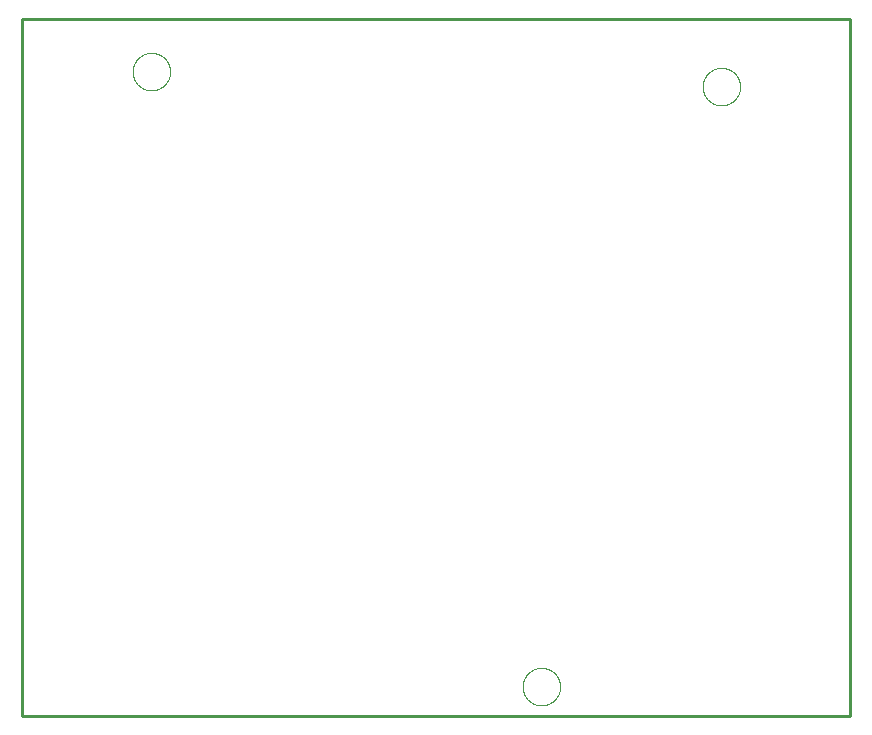
<source format=gko>
G04 EAGLE Gerber RS-274X export*
G75*
%MOMM*%
%FSLAX34Y34*%
%LPD*%
%INBoard Outline*%
%IPPOS*%
%AMOC8*
5,1,8,0,0,1.08239X$1,22.5*%
G01*
G04 Define Apertures*
%ADD10C,0.000000*%
%ADD11C,0.254000*%
D10*
X-280000Y107100D02*
X420600Y107100D01*
X420600Y697100D01*
X-280000Y697100D01*
X-280000Y107100D01*
X296025Y640000D02*
X296030Y640390D01*
X296044Y640779D01*
X296068Y641168D01*
X296101Y641556D01*
X296144Y641943D01*
X296197Y642329D01*
X296259Y642714D01*
X296330Y643097D01*
X296411Y643478D01*
X296501Y643857D01*
X296600Y644234D01*
X296709Y644608D01*
X296826Y644980D01*
X296953Y645348D01*
X297089Y645713D01*
X297233Y646075D01*
X297387Y646433D01*
X297549Y646787D01*
X297720Y647138D01*
X297899Y647483D01*
X298087Y647825D01*
X298284Y648161D01*
X298488Y648493D01*
X298700Y648820D01*
X298921Y649141D01*
X299149Y649457D01*
X299385Y649767D01*
X299628Y650071D01*
X299879Y650369D01*
X300137Y650661D01*
X300403Y650946D01*
X300675Y651225D01*
X300954Y651497D01*
X301239Y651763D01*
X301531Y652021D01*
X301829Y652272D01*
X302133Y652515D01*
X302443Y652751D01*
X302759Y652979D01*
X303080Y653200D01*
X303407Y653412D01*
X303739Y653616D01*
X304075Y653813D01*
X304417Y654001D01*
X304762Y654180D01*
X305113Y654351D01*
X305467Y654513D01*
X305825Y654667D01*
X306187Y654811D01*
X306552Y654947D01*
X306920Y655074D01*
X307292Y655191D01*
X307666Y655300D01*
X308043Y655399D01*
X308422Y655489D01*
X308803Y655570D01*
X309186Y655641D01*
X309571Y655703D01*
X309957Y655756D01*
X310344Y655799D01*
X310732Y655832D01*
X311121Y655856D01*
X311510Y655870D01*
X311900Y655875D01*
X312290Y655870D01*
X312679Y655856D01*
X313068Y655832D01*
X313456Y655799D01*
X313843Y655756D01*
X314229Y655703D01*
X314614Y655641D01*
X314997Y655570D01*
X315378Y655489D01*
X315757Y655399D01*
X316134Y655300D01*
X316508Y655191D01*
X316880Y655074D01*
X317248Y654947D01*
X317613Y654811D01*
X317975Y654667D01*
X318333Y654513D01*
X318687Y654351D01*
X319038Y654180D01*
X319383Y654001D01*
X319725Y653813D01*
X320061Y653616D01*
X320393Y653412D01*
X320720Y653200D01*
X321041Y652979D01*
X321357Y652751D01*
X321667Y652515D01*
X321971Y652272D01*
X322269Y652021D01*
X322561Y651763D01*
X322846Y651497D01*
X323125Y651225D01*
X323397Y650946D01*
X323663Y650661D01*
X323921Y650369D01*
X324172Y650071D01*
X324415Y649767D01*
X324651Y649457D01*
X324879Y649141D01*
X325100Y648820D01*
X325312Y648493D01*
X325516Y648161D01*
X325713Y647825D01*
X325901Y647483D01*
X326080Y647138D01*
X326251Y646787D01*
X326413Y646433D01*
X326567Y646075D01*
X326711Y645713D01*
X326847Y645348D01*
X326974Y644980D01*
X327091Y644608D01*
X327200Y644234D01*
X327299Y643857D01*
X327389Y643478D01*
X327470Y643097D01*
X327541Y642714D01*
X327603Y642329D01*
X327656Y641943D01*
X327699Y641556D01*
X327732Y641168D01*
X327756Y640779D01*
X327770Y640390D01*
X327775Y640000D01*
X327770Y639610D01*
X327756Y639221D01*
X327732Y638832D01*
X327699Y638444D01*
X327656Y638057D01*
X327603Y637671D01*
X327541Y637286D01*
X327470Y636903D01*
X327389Y636522D01*
X327299Y636143D01*
X327200Y635766D01*
X327091Y635392D01*
X326974Y635020D01*
X326847Y634652D01*
X326711Y634287D01*
X326567Y633925D01*
X326413Y633567D01*
X326251Y633213D01*
X326080Y632862D01*
X325901Y632517D01*
X325713Y632175D01*
X325516Y631839D01*
X325312Y631507D01*
X325100Y631180D01*
X324879Y630859D01*
X324651Y630543D01*
X324415Y630233D01*
X324172Y629929D01*
X323921Y629631D01*
X323663Y629339D01*
X323397Y629054D01*
X323125Y628775D01*
X322846Y628503D01*
X322561Y628237D01*
X322269Y627979D01*
X321971Y627728D01*
X321667Y627485D01*
X321357Y627249D01*
X321041Y627021D01*
X320720Y626800D01*
X320393Y626588D01*
X320061Y626384D01*
X319725Y626187D01*
X319383Y625999D01*
X319038Y625820D01*
X318687Y625649D01*
X318333Y625487D01*
X317975Y625333D01*
X317613Y625189D01*
X317248Y625053D01*
X316880Y624926D01*
X316508Y624809D01*
X316134Y624700D01*
X315757Y624601D01*
X315378Y624511D01*
X314997Y624430D01*
X314614Y624359D01*
X314229Y624297D01*
X313843Y624244D01*
X313456Y624201D01*
X313068Y624168D01*
X312679Y624144D01*
X312290Y624130D01*
X311900Y624125D01*
X311510Y624130D01*
X311121Y624144D01*
X310732Y624168D01*
X310344Y624201D01*
X309957Y624244D01*
X309571Y624297D01*
X309186Y624359D01*
X308803Y624430D01*
X308422Y624511D01*
X308043Y624601D01*
X307666Y624700D01*
X307292Y624809D01*
X306920Y624926D01*
X306552Y625053D01*
X306187Y625189D01*
X305825Y625333D01*
X305467Y625487D01*
X305113Y625649D01*
X304762Y625820D01*
X304417Y625999D01*
X304075Y626187D01*
X303739Y626384D01*
X303407Y626588D01*
X303080Y626800D01*
X302759Y627021D01*
X302443Y627249D01*
X302133Y627485D01*
X301829Y627728D01*
X301531Y627979D01*
X301239Y628237D01*
X300954Y628503D01*
X300675Y628775D01*
X300403Y629054D01*
X300137Y629339D01*
X299879Y629631D01*
X299628Y629929D01*
X299385Y630233D01*
X299149Y630543D01*
X298921Y630859D01*
X298700Y631180D01*
X298488Y631507D01*
X298284Y631839D01*
X298087Y632175D01*
X297899Y632517D01*
X297720Y632862D01*
X297549Y633213D01*
X297387Y633567D01*
X297233Y633925D01*
X297089Y634287D01*
X296953Y634652D01*
X296826Y635020D01*
X296709Y635392D01*
X296600Y635766D01*
X296501Y636143D01*
X296411Y636522D01*
X296330Y636903D01*
X296259Y637286D01*
X296197Y637671D01*
X296144Y638057D01*
X296101Y638444D01*
X296068Y638832D01*
X296044Y639221D01*
X296030Y639610D01*
X296025Y640000D01*
X-186575Y652700D02*
X-186570Y653090D01*
X-186556Y653479D01*
X-186532Y653868D01*
X-186499Y654256D01*
X-186456Y654643D01*
X-186403Y655029D01*
X-186341Y655414D01*
X-186270Y655797D01*
X-186189Y656178D01*
X-186099Y656557D01*
X-186000Y656934D01*
X-185891Y657308D01*
X-185774Y657680D01*
X-185647Y658048D01*
X-185511Y658413D01*
X-185367Y658775D01*
X-185213Y659133D01*
X-185051Y659487D01*
X-184880Y659838D01*
X-184701Y660183D01*
X-184513Y660525D01*
X-184316Y660861D01*
X-184112Y661193D01*
X-183900Y661520D01*
X-183679Y661841D01*
X-183451Y662157D01*
X-183215Y662467D01*
X-182972Y662771D01*
X-182721Y663069D01*
X-182463Y663361D01*
X-182197Y663646D01*
X-181925Y663925D01*
X-181646Y664197D01*
X-181361Y664463D01*
X-181069Y664721D01*
X-180771Y664972D01*
X-180467Y665215D01*
X-180157Y665451D01*
X-179841Y665679D01*
X-179520Y665900D01*
X-179193Y666112D01*
X-178861Y666316D01*
X-178525Y666513D01*
X-178183Y666701D01*
X-177838Y666880D01*
X-177487Y667051D01*
X-177133Y667213D01*
X-176775Y667367D01*
X-176413Y667511D01*
X-176048Y667647D01*
X-175680Y667774D01*
X-175308Y667891D01*
X-174934Y668000D01*
X-174557Y668099D01*
X-174178Y668189D01*
X-173797Y668270D01*
X-173414Y668341D01*
X-173029Y668403D01*
X-172643Y668456D01*
X-172256Y668499D01*
X-171868Y668532D01*
X-171479Y668556D01*
X-171090Y668570D01*
X-170700Y668575D01*
X-170310Y668570D01*
X-169921Y668556D01*
X-169532Y668532D01*
X-169144Y668499D01*
X-168757Y668456D01*
X-168371Y668403D01*
X-167986Y668341D01*
X-167603Y668270D01*
X-167222Y668189D01*
X-166843Y668099D01*
X-166466Y668000D01*
X-166092Y667891D01*
X-165720Y667774D01*
X-165352Y667647D01*
X-164987Y667511D01*
X-164625Y667367D01*
X-164267Y667213D01*
X-163913Y667051D01*
X-163562Y666880D01*
X-163217Y666701D01*
X-162875Y666513D01*
X-162539Y666316D01*
X-162207Y666112D01*
X-161880Y665900D01*
X-161559Y665679D01*
X-161243Y665451D01*
X-160933Y665215D01*
X-160629Y664972D01*
X-160331Y664721D01*
X-160039Y664463D01*
X-159754Y664197D01*
X-159475Y663925D01*
X-159203Y663646D01*
X-158937Y663361D01*
X-158679Y663069D01*
X-158428Y662771D01*
X-158185Y662467D01*
X-157949Y662157D01*
X-157721Y661841D01*
X-157500Y661520D01*
X-157288Y661193D01*
X-157084Y660861D01*
X-156887Y660525D01*
X-156699Y660183D01*
X-156520Y659838D01*
X-156349Y659487D01*
X-156187Y659133D01*
X-156033Y658775D01*
X-155889Y658413D01*
X-155753Y658048D01*
X-155626Y657680D01*
X-155509Y657308D01*
X-155400Y656934D01*
X-155301Y656557D01*
X-155211Y656178D01*
X-155130Y655797D01*
X-155059Y655414D01*
X-154997Y655029D01*
X-154944Y654643D01*
X-154901Y654256D01*
X-154868Y653868D01*
X-154844Y653479D01*
X-154830Y653090D01*
X-154825Y652700D01*
X-154830Y652310D01*
X-154844Y651921D01*
X-154868Y651532D01*
X-154901Y651144D01*
X-154944Y650757D01*
X-154997Y650371D01*
X-155059Y649986D01*
X-155130Y649603D01*
X-155211Y649222D01*
X-155301Y648843D01*
X-155400Y648466D01*
X-155509Y648092D01*
X-155626Y647720D01*
X-155753Y647352D01*
X-155889Y646987D01*
X-156033Y646625D01*
X-156187Y646267D01*
X-156349Y645913D01*
X-156520Y645562D01*
X-156699Y645217D01*
X-156887Y644875D01*
X-157084Y644539D01*
X-157288Y644207D01*
X-157500Y643880D01*
X-157721Y643559D01*
X-157949Y643243D01*
X-158185Y642933D01*
X-158428Y642629D01*
X-158679Y642331D01*
X-158937Y642039D01*
X-159203Y641754D01*
X-159475Y641475D01*
X-159754Y641203D01*
X-160039Y640937D01*
X-160331Y640679D01*
X-160629Y640428D01*
X-160933Y640185D01*
X-161243Y639949D01*
X-161559Y639721D01*
X-161880Y639500D01*
X-162207Y639288D01*
X-162539Y639084D01*
X-162875Y638887D01*
X-163217Y638699D01*
X-163562Y638520D01*
X-163913Y638349D01*
X-164267Y638187D01*
X-164625Y638033D01*
X-164987Y637889D01*
X-165352Y637753D01*
X-165720Y637626D01*
X-166092Y637509D01*
X-166466Y637400D01*
X-166843Y637301D01*
X-167222Y637211D01*
X-167603Y637130D01*
X-167986Y637059D01*
X-168371Y636997D01*
X-168757Y636944D01*
X-169144Y636901D01*
X-169532Y636868D01*
X-169921Y636844D01*
X-170310Y636830D01*
X-170700Y636825D01*
X-171090Y636830D01*
X-171479Y636844D01*
X-171868Y636868D01*
X-172256Y636901D01*
X-172643Y636944D01*
X-173029Y636997D01*
X-173414Y637059D01*
X-173797Y637130D01*
X-174178Y637211D01*
X-174557Y637301D01*
X-174934Y637400D01*
X-175308Y637509D01*
X-175680Y637626D01*
X-176048Y637753D01*
X-176413Y637889D01*
X-176775Y638033D01*
X-177133Y638187D01*
X-177487Y638349D01*
X-177838Y638520D01*
X-178183Y638699D01*
X-178525Y638887D01*
X-178861Y639084D01*
X-179193Y639288D01*
X-179520Y639500D01*
X-179841Y639721D01*
X-180157Y639949D01*
X-180467Y640185D01*
X-180771Y640428D01*
X-181069Y640679D01*
X-181361Y640937D01*
X-181646Y641203D01*
X-181925Y641475D01*
X-182197Y641754D01*
X-182463Y642039D01*
X-182721Y642331D01*
X-182972Y642629D01*
X-183215Y642933D01*
X-183451Y643243D01*
X-183679Y643559D01*
X-183900Y643880D01*
X-184112Y644207D01*
X-184316Y644539D01*
X-184513Y644875D01*
X-184701Y645217D01*
X-184880Y645562D01*
X-185051Y645913D01*
X-185213Y646267D01*
X-185367Y646625D01*
X-185511Y646987D01*
X-185647Y647352D01*
X-185774Y647720D01*
X-185891Y648092D01*
X-186000Y648466D01*
X-186099Y648843D01*
X-186189Y649222D01*
X-186270Y649603D01*
X-186341Y649986D01*
X-186403Y650371D01*
X-186456Y650757D01*
X-186499Y651144D01*
X-186532Y651532D01*
X-186556Y651921D01*
X-186570Y652310D01*
X-186575Y652700D01*
X143625Y132000D02*
X143630Y132390D01*
X143644Y132779D01*
X143668Y133168D01*
X143701Y133556D01*
X143744Y133943D01*
X143797Y134329D01*
X143859Y134714D01*
X143930Y135097D01*
X144011Y135478D01*
X144101Y135857D01*
X144200Y136234D01*
X144309Y136608D01*
X144426Y136980D01*
X144553Y137348D01*
X144689Y137713D01*
X144833Y138075D01*
X144987Y138433D01*
X145149Y138787D01*
X145320Y139138D01*
X145499Y139483D01*
X145687Y139825D01*
X145884Y140161D01*
X146088Y140493D01*
X146300Y140820D01*
X146521Y141141D01*
X146749Y141457D01*
X146985Y141767D01*
X147228Y142071D01*
X147479Y142369D01*
X147737Y142661D01*
X148003Y142946D01*
X148275Y143225D01*
X148554Y143497D01*
X148839Y143763D01*
X149131Y144021D01*
X149429Y144272D01*
X149733Y144515D01*
X150043Y144751D01*
X150359Y144979D01*
X150680Y145200D01*
X151007Y145412D01*
X151339Y145616D01*
X151675Y145813D01*
X152017Y146001D01*
X152362Y146180D01*
X152713Y146351D01*
X153067Y146513D01*
X153425Y146667D01*
X153787Y146811D01*
X154152Y146947D01*
X154520Y147074D01*
X154892Y147191D01*
X155266Y147300D01*
X155643Y147399D01*
X156022Y147489D01*
X156403Y147570D01*
X156786Y147641D01*
X157171Y147703D01*
X157557Y147756D01*
X157944Y147799D01*
X158332Y147832D01*
X158721Y147856D01*
X159110Y147870D01*
X159500Y147875D01*
X159890Y147870D01*
X160279Y147856D01*
X160668Y147832D01*
X161056Y147799D01*
X161443Y147756D01*
X161829Y147703D01*
X162214Y147641D01*
X162597Y147570D01*
X162978Y147489D01*
X163357Y147399D01*
X163734Y147300D01*
X164108Y147191D01*
X164480Y147074D01*
X164848Y146947D01*
X165213Y146811D01*
X165575Y146667D01*
X165933Y146513D01*
X166287Y146351D01*
X166638Y146180D01*
X166983Y146001D01*
X167325Y145813D01*
X167661Y145616D01*
X167993Y145412D01*
X168320Y145200D01*
X168641Y144979D01*
X168957Y144751D01*
X169267Y144515D01*
X169571Y144272D01*
X169869Y144021D01*
X170161Y143763D01*
X170446Y143497D01*
X170725Y143225D01*
X170997Y142946D01*
X171263Y142661D01*
X171521Y142369D01*
X171772Y142071D01*
X172015Y141767D01*
X172251Y141457D01*
X172479Y141141D01*
X172700Y140820D01*
X172912Y140493D01*
X173116Y140161D01*
X173313Y139825D01*
X173501Y139483D01*
X173680Y139138D01*
X173851Y138787D01*
X174013Y138433D01*
X174167Y138075D01*
X174311Y137713D01*
X174447Y137348D01*
X174574Y136980D01*
X174691Y136608D01*
X174800Y136234D01*
X174899Y135857D01*
X174989Y135478D01*
X175070Y135097D01*
X175141Y134714D01*
X175203Y134329D01*
X175256Y133943D01*
X175299Y133556D01*
X175332Y133168D01*
X175356Y132779D01*
X175370Y132390D01*
X175375Y132000D01*
X175370Y131610D01*
X175356Y131221D01*
X175332Y130832D01*
X175299Y130444D01*
X175256Y130057D01*
X175203Y129671D01*
X175141Y129286D01*
X175070Y128903D01*
X174989Y128522D01*
X174899Y128143D01*
X174800Y127766D01*
X174691Y127392D01*
X174574Y127020D01*
X174447Y126652D01*
X174311Y126287D01*
X174167Y125925D01*
X174013Y125567D01*
X173851Y125213D01*
X173680Y124862D01*
X173501Y124517D01*
X173313Y124175D01*
X173116Y123839D01*
X172912Y123507D01*
X172700Y123180D01*
X172479Y122859D01*
X172251Y122543D01*
X172015Y122233D01*
X171772Y121929D01*
X171521Y121631D01*
X171263Y121339D01*
X170997Y121054D01*
X170725Y120775D01*
X170446Y120503D01*
X170161Y120237D01*
X169869Y119979D01*
X169571Y119728D01*
X169267Y119485D01*
X168957Y119249D01*
X168641Y119021D01*
X168320Y118800D01*
X167993Y118588D01*
X167661Y118384D01*
X167325Y118187D01*
X166983Y117999D01*
X166638Y117820D01*
X166287Y117649D01*
X165933Y117487D01*
X165575Y117333D01*
X165213Y117189D01*
X164848Y117053D01*
X164480Y116926D01*
X164108Y116809D01*
X163734Y116700D01*
X163357Y116601D01*
X162978Y116511D01*
X162597Y116430D01*
X162214Y116359D01*
X161829Y116297D01*
X161443Y116244D01*
X161056Y116201D01*
X160668Y116168D01*
X160279Y116144D01*
X159890Y116130D01*
X159500Y116125D01*
X159110Y116130D01*
X158721Y116144D01*
X158332Y116168D01*
X157944Y116201D01*
X157557Y116244D01*
X157171Y116297D01*
X156786Y116359D01*
X156403Y116430D01*
X156022Y116511D01*
X155643Y116601D01*
X155266Y116700D01*
X154892Y116809D01*
X154520Y116926D01*
X154152Y117053D01*
X153787Y117189D01*
X153425Y117333D01*
X153067Y117487D01*
X152713Y117649D01*
X152362Y117820D01*
X152017Y117999D01*
X151675Y118187D01*
X151339Y118384D01*
X151007Y118588D01*
X150680Y118800D01*
X150359Y119021D01*
X150043Y119249D01*
X149733Y119485D01*
X149429Y119728D01*
X149131Y119979D01*
X148839Y120237D01*
X148554Y120503D01*
X148275Y120775D01*
X148003Y121054D01*
X147737Y121339D01*
X147479Y121631D01*
X147228Y121929D01*
X146985Y122233D01*
X146749Y122543D01*
X146521Y122859D01*
X146300Y123180D01*
X146088Y123507D01*
X145884Y123839D01*
X145687Y124175D01*
X145499Y124517D01*
X145320Y124862D01*
X145149Y125213D01*
X144987Y125567D01*
X144833Y125925D01*
X144689Y126287D01*
X144553Y126652D01*
X144426Y127020D01*
X144309Y127392D01*
X144200Y127766D01*
X144101Y128143D01*
X144011Y128522D01*
X143930Y128903D01*
X143859Y129286D01*
X143797Y129671D01*
X143744Y130057D01*
X143701Y130444D01*
X143668Y130832D01*
X143644Y131221D01*
X143630Y131610D01*
X143625Y132000D01*
D11*
X-280000Y107100D02*
X420600Y107100D01*
X420600Y697100D01*
X-280000Y697100D01*
X-280000Y107100D01*
M02*

</source>
